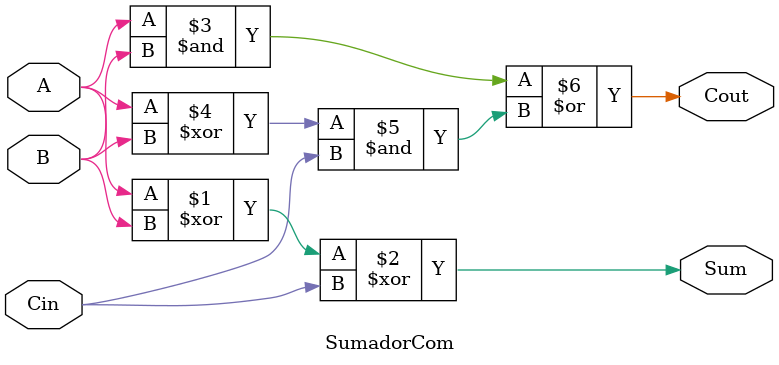
<source format=sv>
module SumadorCom (
    input logic A, B, Cin, 
    output logic Sum,      
    output logic Cout       
);

    assign Sum = (A ^ B) ^ Cin;
	 assign Cout = (A & B) | ((A ^ B) & Cin);

endmodule
</source>
